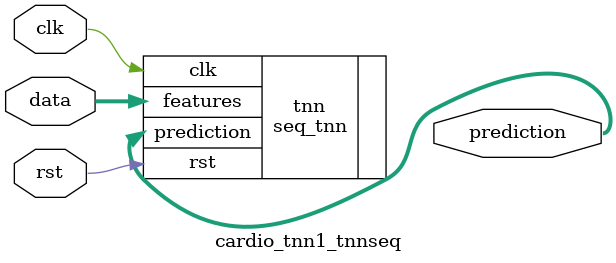
<source format=v>












module cardio_tnn1_tnnseq #(

parameter FEAT_CNT = 19,
parameter HIDDEN_CNT = 40,
parameter FEAT_BITS = 4,
parameter CLASS_CNT = 3,
parameter TEST_CNT = 1000




  ) (
  input clk,
  input rst,
  input [FEAT_CNT*FEAT_BITS-1:0] data,
  output [$clog2(CLASS_CNT)-1:0] prediction
  );

  seq_tnn #(
      .FEAT_CNT(FEAT_CNT),.FEAT_BITS(FEAT_BITS),.HIDDEN_CNT(HIDDEN_CNT),.CLASS_CNT(CLASS_CNT),
  .SPARSE_VALS(760'b0011110101000000000000001000000001110001101000000000010001101010101110111010110011001000000010000001100000000010000000000010000000000100011001001110001010001100101001010111000000010000000000010000000010000000000000001110100000011001111010110000011000011000100000000000001000000011000000000010001000001000100000011000110100110000000100100101100001010011000010010001011101111000000101000001001100000010000010000000001100100000100100000000000000000000000100000000100100100011010000000100010000100001100001000001000100000001000000011000010000001000000001000100000010001000000001001010010000010001111000100000000000000100000001010010100010010010011000000000100000100000101000000000000001011110100001000000001000001000000110001000000101001000000100000000000100010111),
  .MASK(760'b0011111101000100000001011100111001110001111111110111110111111110101110111110111111101000000011010001100100000011110101000011011101101101111101001110001110101111101011010111010000010001000111110100110011010100010000011110111100011001111110110000011010011110111110001000001010000011010100010110001111011010101100011010111100111100011100110111100101010011000010010001011111111101110111001011101111001110000010011010011100111000111100010000110000100100001100011000100100100011010100000110110100100001110001001101010101010001010110011000010000011000000101110110000010101010110101001010110100011101111000110001111100111101000001010010111110010010011010100000100000110100101001010001001011011110100001001001001000001111010111111000000111101100000100000110010111010111),
  .NONZERO_CNT(640'h07080a0a0c0c090b070a0b08080d040b0a08080d0b0904080906090a08090c110a0c070909090b0b),
  .SPARSE_VALS2(39'b101110010111100011111111011101111110001),  // Bits of not-zeroes
  .COL_INDICES(312'h26211f1b130f0d0b080705040225211e1c1b0f0c090706050201252421201c1b1a18110c0a0301), // Column of non-zeros
  .ROW_PTRS(32'h271a0d00) // Column of non-zeros // Start indices per row
      ) tnn (
    .clk(clk),
    .rst(rst),
    .features(data),
    .prediction(prediction)
  );

endmodule

</source>
